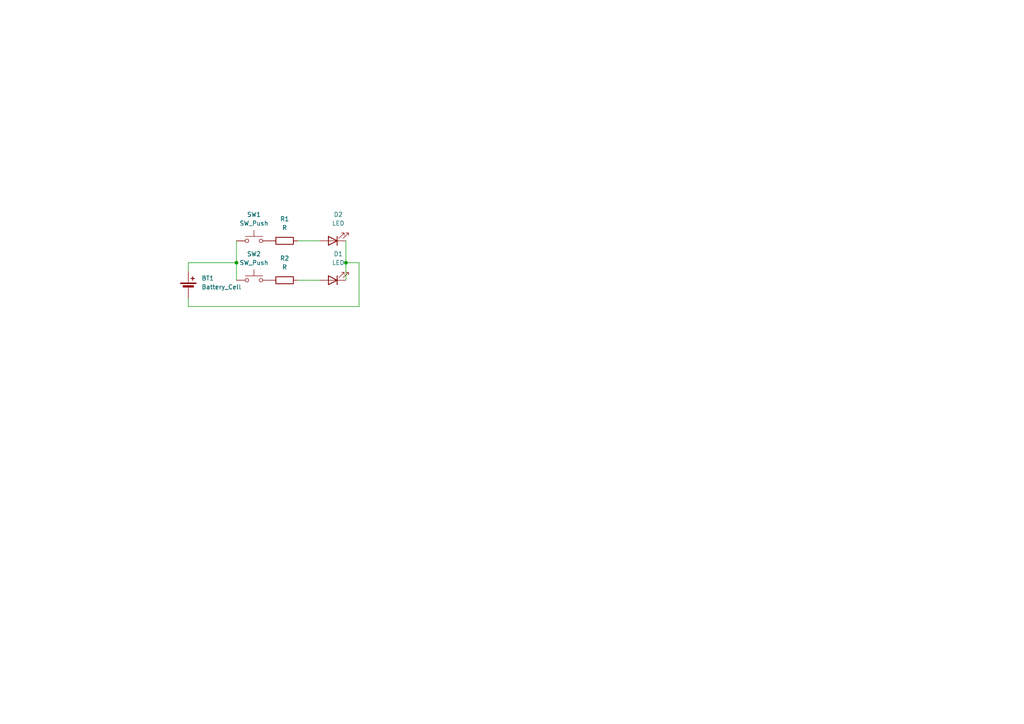
<source format=kicad_sch>
(kicad_sch
	(version 20250114)
	(generator "eeschema")
	(generator_version "9.0")
	(uuid "9e526e87-49dd-42b4-9588-bd1133177e52")
	(paper "A4")
	(lib_symbols
		(symbol "Device:Battery_Cell"
			(pin_numbers
				(hide yes)
			)
			(pin_names
				(offset 0)
				(hide yes)
			)
			(exclude_from_sim no)
			(in_bom yes)
			(on_board yes)
			(property "Reference" "BT"
				(at 2.54 2.54 0)
				(effects
					(font
						(size 1.27 1.27)
					)
					(justify left)
				)
			)
			(property "Value" "Battery_Cell"
				(at 2.54 0 0)
				(effects
					(font
						(size 1.27 1.27)
					)
					(justify left)
				)
			)
			(property "Footprint" ""
				(at 0 1.524 90)
				(effects
					(font
						(size 1.27 1.27)
					)
					(hide yes)
				)
			)
			(property "Datasheet" "~"
				(at 0 1.524 90)
				(effects
					(font
						(size 1.27 1.27)
					)
					(hide yes)
				)
			)
			(property "Description" "Single-cell battery"
				(at 0 0 0)
				(effects
					(font
						(size 1.27 1.27)
					)
					(hide yes)
				)
			)
			(property "ki_keywords" "battery cell"
				(at 0 0 0)
				(effects
					(font
						(size 1.27 1.27)
					)
					(hide yes)
				)
			)
			(symbol "Battery_Cell_0_1"
				(rectangle
					(start -2.286 1.778)
					(end 2.286 1.524)
					(stroke
						(width 0)
						(type default)
					)
					(fill
						(type outline)
					)
				)
				(rectangle
					(start -1.524 1.016)
					(end 1.524 0.508)
					(stroke
						(width 0)
						(type default)
					)
					(fill
						(type outline)
					)
				)
				(polyline
					(pts
						(xy 0 1.778) (xy 0 2.54)
					)
					(stroke
						(width 0)
						(type default)
					)
					(fill
						(type none)
					)
				)
				(polyline
					(pts
						(xy 0 0.762) (xy 0 0)
					)
					(stroke
						(width 0)
						(type default)
					)
					(fill
						(type none)
					)
				)
				(polyline
					(pts
						(xy 0.762 3.048) (xy 1.778 3.048)
					)
					(stroke
						(width 0.254)
						(type default)
					)
					(fill
						(type none)
					)
				)
				(polyline
					(pts
						(xy 1.27 3.556) (xy 1.27 2.54)
					)
					(stroke
						(width 0.254)
						(type default)
					)
					(fill
						(type none)
					)
				)
			)
			(symbol "Battery_Cell_1_1"
				(pin passive line
					(at 0 5.08 270)
					(length 2.54)
					(name "+"
						(effects
							(font
								(size 1.27 1.27)
							)
						)
					)
					(number "1"
						(effects
							(font
								(size 1.27 1.27)
							)
						)
					)
				)
				(pin passive line
					(at 0 -2.54 90)
					(length 2.54)
					(name "-"
						(effects
							(font
								(size 1.27 1.27)
							)
						)
					)
					(number "2"
						(effects
							(font
								(size 1.27 1.27)
							)
						)
					)
				)
			)
			(embedded_fonts no)
		)
		(symbol "Device:LED"
			(pin_numbers
				(hide yes)
			)
			(pin_names
				(offset 1.016)
				(hide yes)
			)
			(exclude_from_sim no)
			(in_bom yes)
			(on_board yes)
			(property "Reference" "D"
				(at 0 2.54 0)
				(effects
					(font
						(size 1.27 1.27)
					)
				)
			)
			(property "Value" "LED"
				(at 0 -2.54 0)
				(effects
					(font
						(size 1.27 1.27)
					)
				)
			)
			(property "Footprint" ""
				(at 0 0 0)
				(effects
					(font
						(size 1.27 1.27)
					)
					(hide yes)
				)
			)
			(property "Datasheet" "~"
				(at 0 0 0)
				(effects
					(font
						(size 1.27 1.27)
					)
					(hide yes)
				)
			)
			(property "Description" "Light emitting diode"
				(at 0 0 0)
				(effects
					(font
						(size 1.27 1.27)
					)
					(hide yes)
				)
			)
			(property "Sim.Pins" "1=K 2=A"
				(at 0 0 0)
				(effects
					(font
						(size 1.27 1.27)
					)
					(hide yes)
				)
			)
			(property "ki_keywords" "LED diode"
				(at 0 0 0)
				(effects
					(font
						(size 1.27 1.27)
					)
					(hide yes)
				)
			)
			(property "ki_fp_filters" "LED* LED_SMD:* LED_THT:*"
				(at 0 0 0)
				(effects
					(font
						(size 1.27 1.27)
					)
					(hide yes)
				)
			)
			(symbol "LED_0_1"
				(polyline
					(pts
						(xy -3.048 -0.762) (xy -4.572 -2.286) (xy -3.81 -2.286) (xy -4.572 -2.286) (xy -4.572 -1.524)
					)
					(stroke
						(width 0)
						(type default)
					)
					(fill
						(type none)
					)
				)
				(polyline
					(pts
						(xy -1.778 -0.762) (xy -3.302 -2.286) (xy -2.54 -2.286) (xy -3.302 -2.286) (xy -3.302 -1.524)
					)
					(stroke
						(width 0)
						(type default)
					)
					(fill
						(type none)
					)
				)
				(polyline
					(pts
						(xy -1.27 0) (xy 1.27 0)
					)
					(stroke
						(width 0)
						(type default)
					)
					(fill
						(type none)
					)
				)
				(polyline
					(pts
						(xy -1.27 -1.27) (xy -1.27 1.27)
					)
					(stroke
						(width 0.254)
						(type default)
					)
					(fill
						(type none)
					)
				)
				(polyline
					(pts
						(xy 1.27 -1.27) (xy 1.27 1.27) (xy -1.27 0) (xy 1.27 -1.27)
					)
					(stroke
						(width 0.254)
						(type default)
					)
					(fill
						(type none)
					)
				)
			)
			(symbol "LED_1_1"
				(pin passive line
					(at -3.81 0 0)
					(length 2.54)
					(name "K"
						(effects
							(font
								(size 1.27 1.27)
							)
						)
					)
					(number "1"
						(effects
							(font
								(size 1.27 1.27)
							)
						)
					)
				)
				(pin passive line
					(at 3.81 0 180)
					(length 2.54)
					(name "A"
						(effects
							(font
								(size 1.27 1.27)
							)
						)
					)
					(number "2"
						(effects
							(font
								(size 1.27 1.27)
							)
						)
					)
				)
			)
			(embedded_fonts no)
		)
		(symbol "Device:R"
			(pin_numbers
				(hide yes)
			)
			(pin_names
				(offset 0)
			)
			(exclude_from_sim no)
			(in_bom yes)
			(on_board yes)
			(property "Reference" "R"
				(at 2.032 0 90)
				(effects
					(font
						(size 1.27 1.27)
					)
				)
			)
			(property "Value" "R"
				(at 0 0 90)
				(effects
					(font
						(size 1.27 1.27)
					)
				)
			)
			(property "Footprint" ""
				(at -1.778 0 90)
				(effects
					(font
						(size 1.27 1.27)
					)
					(hide yes)
				)
			)
			(property "Datasheet" "~"
				(at 0 0 0)
				(effects
					(font
						(size 1.27 1.27)
					)
					(hide yes)
				)
			)
			(property "Description" "Resistor"
				(at 0 0 0)
				(effects
					(font
						(size 1.27 1.27)
					)
					(hide yes)
				)
			)
			(property "ki_keywords" "R res resistor"
				(at 0 0 0)
				(effects
					(font
						(size 1.27 1.27)
					)
					(hide yes)
				)
			)
			(property "ki_fp_filters" "R_*"
				(at 0 0 0)
				(effects
					(font
						(size 1.27 1.27)
					)
					(hide yes)
				)
			)
			(symbol "R_0_1"
				(rectangle
					(start -1.016 -2.54)
					(end 1.016 2.54)
					(stroke
						(width 0.254)
						(type default)
					)
					(fill
						(type none)
					)
				)
			)
			(symbol "R_1_1"
				(pin passive line
					(at 0 3.81 270)
					(length 1.27)
					(name "~"
						(effects
							(font
								(size 1.27 1.27)
							)
						)
					)
					(number "1"
						(effects
							(font
								(size 1.27 1.27)
							)
						)
					)
				)
				(pin passive line
					(at 0 -3.81 90)
					(length 1.27)
					(name "~"
						(effects
							(font
								(size 1.27 1.27)
							)
						)
					)
					(number "2"
						(effects
							(font
								(size 1.27 1.27)
							)
						)
					)
				)
			)
			(embedded_fonts no)
		)
		(symbol "Switch:SW_Push"
			(pin_numbers
				(hide yes)
			)
			(pin_names
				(offset 1.016)
				(hide yes)
			)
			(exclude_from_sim no)
			(in_bom yes)
			(on_board yes)
			(property "Reference" "SW"
				(at 1.27 2.54 0)
				(effects
					(font
						(size 1.27 1.27)
					)
					(justify left)
				)
			)
			(property "Value" "SW_Push"
				(at 0 -1.524 0)
				(effects
					(font
						(size 1.27 1.27)
					)
				)
			)
			(property "Footprint" ""
				(at 0 5.08 0)
				(effects
					(font
						(size 1.27 1.27)
					)
					(hide yes)
				)
			)
			(property "Datasheet" "~"
				(at 0 5.08 0)
				(effects
					(font
						(size 1.27 1.27)
					)
					(hide yes)
				)
			)
			(property "Description" "Push button switch, generic, two pins"
				(at 0 0 0)
				(effects
					(font
						(size 1.27 1.27)
					)
					(hide yes)
				)
			)
			(property "ki_keywords" "switch normally-open pushbutton push-button"
				(at 0 0 0)
				(effects
					(font
						(size 1.27 1.27)
					)
					(hide yes)
				)
			)
			(symbol "SW_Push_0_1"
				(circle
					(center -2.032 0)
					(radius 0.508)
					(stroke
						(width 0)
						(type default)
					)
					(fill
						(type none)
					)
				)
				(polyline
					(pts
						(xy 0 1.27) (xy 0 3.048)
					)
					(stroke
						(width 0)
						(type default)
					)
					(fill
						(type none)
					)
				)
				(circle
					(center 2.032 0)
					(radius 0.508)
					(stroke
						(width 0)
						(type default)
					)
					(fill
						(type none)
					)
				)
				(polyline
					(pts
						(xy 2.54 1.27) (xy -2.54 1.27)
					)
					(stroke
						(width 0)
						(type default)
					)
					(fill
						(type none)
					)
				)
				(pin passive line
					(at -5.08 0 0)
					(length 2.54)
					(name "1"
						(effects
							(font
								(size 1.27 1.27)
							)
						)
					)
					(number "1"
						(effects
							(font
								(size 1.27 1.27)
							)
						)
					)
				)
				(pin passive line
					(at 5.08 0 180)
					(length 2.54)
					(name "2"
						(effects
							(font
								(size 1.27 1.27)
							)
						)
					)
					(number "2"
						(effects
							(font
								(size 1.27 1.27)
							)
						)
					)
				)
			)
			(embedded_fonts no)
		)
	)
	(junction
		(at 100.33 76.2)
		(diameter 0)
		(color 0 0 0 0)
		(uuid "d17abb1b-e2d3-4d0b-8d8e-a893426a0321")
	)
	(junction
		(at 68.58 76.2)
		(diameter 0)
		(color 0 0 0 0)
		(uuid "f61c238d-1ebd-470d-bdf5-ca0a99d1c076")
	)
	(wire
		(pts
			(xy 104.14 88.9) (xy 54.61 88.9)
		)
		(stroke
			(width 0)
			(type default)
		)
		(uuid "017d6e5d-f77e-40df-8cf2-801c8bb943b1")
	)
	(wire
		(pts
			(xy 68.58 76.2) (xy 68.58 81.28)
		)
		(stroke
			(width 0)
			(type default)
		)
		(uuid "09899a23-1948-4bf5-9944-7d53642fc91d")
	)
	(wire
		(pts
			(xy 100.33 76.2) (xy 104.14 76.2)
		)
		(stroke
			(width 0)
			(type default)
		)
		(uuid "3a39640d-3d0b-4779-9af6-e853a558e95d")
	)
	(wire
		(pts
			(xy 54.61 88.9) (xy 54.61 86.36)
		)
		(stroke
			(width 0)
			(type default)
		)
		(uuid "3ed1af08-9920-4f95-9626-152cf84bfb91")
	)
	(wire
		(pts
			(xy 86.36 69.85) (xy 92.71 69.85)
		)
		(stroke
			(width 0)
			(type default)
		)
		(uuid "47033e9f-e335-4ecc-adf0-5a7e2e54474c")
	)
	(wire
		(pts
			(xy 104.14 76.2) (xy 104.14 88.9)
		)
		(stroke
			(width 0)
			(type default)
		)
		(uuid "555e26e9-b674-45c8-a94c-1535a10417a9")
	)
	(wire
		(pts
			(xy 100.33 76.2) (xy 100.33 81.28)
		)
		(stroke
			(width 0)
			(type default)
		)
		(uuid "731f4d91-bfe9-43ba-9912-2623c624f716")
	)
	(wire
		(pts
			(xy 86.36 81.28) (xy 92.71 81.28)
		)
		(stroke
			(width 0)
			(type default)
		)
		(uuid "75744cbf-13b9-4f11-a1d1-ba4edc214523")
	)
	(wire
		(pts
			(xy 68.58 69.85) (xy 68.58 76.2)
		)
		(stroke
			(width 0)
			(type default)
		)
		(uuid "83abadf8-cae6-414e-a6ea-4764ad12a502")
	)
	(wire
		(pts
			(xy 54.61 78.74) (xy 54.61 76.2)
		)
		(stroke
			(width 0)
			(type default)
		)
		(uuid "a3f30755-974b-4378-a596-c0474a6106e6")
	)
	(wire
		(pts
			(xy 54.61 76.2) (xy 68.58 76.2)
		)
		(stroke
			(width 0)
			(type default)
		)
		(uuid "b4eb0805-21ed-4335-b801-31ca7467f581")
	)
	(wire
		(pts
			(xy 100.33 69.85) (xy 100.33 76.2)
		)
		(stroke
			(width 0)
			(type default)
		)
		(uuid "ea3c0a19-0760-4781-89bb-7d5a11a4786d")
	)
	(symbol
		(lib_id "Device:Battery_Cell")
		(at 54.61 83.82 0)
		(unit 1)
		(exclude_from_sim no)
		(in_bom yes)
		(on_board yes)
		(dnp no)
		(fields_autoplaced yes)
		(uuid "1a706503-423d-4858-97c1-7851de1f98d0")
		(property "Reference" "BT1"
			(at 58.42 80.7084 0)
			(effects
				(font
					(size 1.27 1.27)
				)
				(justify left)
			)
		)
		(property "Value" "Battery_Cell"
			(at 58.42 83.2484 0)
			(effects
				(font
					(size 1.27 1.27)
				)
				(justify left)
			)
		)
		(property "Footprint" "Battery:BatteryHolder_Keystone_3034_1x20mm"
			(at 54.61 82.296 90)
			(effects
				(font
					(size 1.27 1.27)
				)
				(hide yes)
			)
		)
		(property "Datasheet" "~"
			(at 54.61 82.296 90)
			(effects
				(font
					(size 1.27 1.27)
				)
				(hide yes)
			)
		)
		(property "Description" "Single-cell battery"
			(at 54.61 83.82 0)
			(effects
				(font
					(size 1.27 1.27)
				)
				(hide yes)
			)
		)
		(pin "1"
			(uuid "097e1e91-1f49-4496-9599-95352b801ec4")
		)
		(pin "2"
			(uuid "864428b0-efdc-4148-a1b0-10eb3cd9ad34")
		)
		(instances
			(project ""
				(path "/9e526e87-49dd-42b4-9588-bd1133177e52"
					(reference "BT1")
					(unit 1)
				)
			)
		)
	)
	(symbol
		(lib_id "Device:LED")
		(at 96.52 81.28 180)
		(unit 1)
		(exclude_from_sim no)
		(in_bom yes)
		(on_board yes)
		(dnp no)
		(fields_autoplaced yes)
		(uuid "24ac9f68-b790-4ba2-b093-42cf4c808b44")
		(property "Reference" "D1"
			(at 98.1075 73.66 0)
			(effects
				(font
					(size 1.27 1.27)
				)
			)
		)
		(property "Value" "LED"
			(at 98.1075 76.2 0)
			(effects
				(font
					(size 1.27 1.27)
				)
			)
		)
		(property "Footprint" "LED_THT:LED_D5.0mm"
			(at 96.52 81.28 0)
			(effects
				(font
					(size 1.27 1.27)
				)
				(hide yes)
			)
		)
		(property "Datasheet" "~"
			(at 96.52 81.28 0)
			(effects
				(font
					(size 1.27 1.27)
				)
				(hide yes)
			)
		)
		(property "Description" "Light emitting diode"
			(at 96.52 81.28 0)
			(effects
				(font
					(size 1.27 1.27)
				)
				(hide yes)
			)
		)
		(property "Sim.Pins" "1=K 2=A"
			(at 96.52 81.28 0)
			(effects
				(font
					(size 1.27 1.27)
				)
				(hide yes)
			)
		)
		(pin "1"
			(uuid "cc2b6f2d-be71-4470-a302-cb9891ac8576")
		)
		(pin "2"
			(uuid "f058d2ad-73e4-43d2-8fd9-8f21c0b2b2e8")
		)
		(instances
			(project ""
				(path "/9e526e87-49dd-42b4-9588-bd1133177e52"
					(reference "D1")
					(unit 1)
				)
			)
		)
	)
	(symbol
		(lib_id "Switch:SW_Push")
		(at 73.66 69.85 0)
		(unit 1)
		(exclude_from_sim no)
		(in_bom yes)
		(on_board yes)
		(dnp no)
		(fields_autoplaced yes)
		(uuid "408d43ae-32dd-4bb4-b913-628aebe88f3d")
		(property "Reference" "SW1"
			(at 73.66 62.23 0)
			(effects
				(font
					(size 1.27 1.27)
				)
			)
		)
		(property "Value" "SW_Push"
			(at 73.66 64.77 0)
			(effects
				(font
					(size 1.27 1.27)
				)
			)
		)
		(property "Footprint" "Button_Switch_THT:SW_PUSH_6mm"
			(at 73.66 64.77 0)
			(effects
				(font
					(size 1.27 1.27)
				)
				(hide yes)
			)
		)
		(property "Datasheet" "~"
			(at 73.66 64.77 0)
			(effects
				(font
					(size 1.27 1.27)
				)
				(hide yes)
			)
		)
		(property "Description" "Push button switch, generic, two pins"
			(at 73.66 69.85 0)
			(effects
				(font
					(size 1.27 1.27)
				)
				(hide yes)
			)
		)
		(pin "1"
			(uuid "7b9ea00e-d430-47d1-a4c9-a959cb910f31")
		)
		(pin "2"
			(uuid "6a97d872-651f-4910-8d91-d365090bb79f")
		)
		(instances
			(project ""
				(path "/9e526e87-49dd-42b4-9588-bd1133177e52"
					(reference "SW1")
					(unit 1)
				)
			)
		)
	)
	(symbol
		(lib_id "Switch:SW_Push")
		(at 73.66 81.28 0)
		(unit 1)
		(exclude_from_sim no)
		(in_bom yes)
		(on_board yes)
		(dnp no)
		(fields_autoplaced yes)
		(uuid "4a1b94be-3090-4779-afc0-d4e10e147d65")
		(property "Reference" "SW2"
			(at 73.66 73.66 0)
			(effects
				(font
					(size 1.27 1.27)
				)
			)
		)
		(property "Value" "SW_Push"
			(at 73.66 76.2 0)
			(effects
				(font
					(size 1.27 1.27)
				)
			)
		)
		(property "Footprint" "Button_Switch_THT:SW_PUSH_6mm"
			(at 73.66 76.2 0)
			(effects
				(font
					(size 1.27 1.27)
				)
				(hide yes)
			)
		)
		(property "Datasheet" "~"
			(at 73.66 76.2 0)
			(effects
				(font
					(size 1.27 1.27)
				)
				(hide yes)
			)
		)
		(property "Description" "Push button switch, generic, two pins"
			(at 73.66 81.28 0)
			(effects
				(font
					(size 1.27 1.27)
				)
				(hide yes)
			)
		)
		(pin "1"
			(uuid "b624d9ed-a93e-4ac0-a3f5-ce462769aff1")
		)
		(pin "2"
			(uuid "77dcd8ac-8add-4bf4-94e3-07386ccb7766")
		)
		(instances
			(project ""
				(path "/9e526e87-49dd-42b4-9588-bd1133177e52"
					(reference "SW2")
					(unit 1)
				)
			)
		)
	)
	(symbol
		(lib_id "Device:LED")
		(at 96.52 69.85 180)
		(unit 1)
		(exclude_from_sim no)
		(in_bom yes)
		(on_board yes)
		(dnp no)
		(fields_autoplaced yes)
		(uuid "4c328c01-71c4-461a-9116-c2065e41d073")
		(property "Reference" "D2"
			(at 98.1075 62.23 0)
			(effects
				(font
					(size 1.27 1.27)
				)
			)
		)
		(property "Value" "LED"
			(at 98.1075 64.77 0)
			(effects
				(font
					(size 1.27 1.27)
				)
			)
		)
		(property "Footprint" "LED_THT:LED_D5.0mm"
			(at 96.52 69.85 0)
			(effects
				(font
					(size 1.27 1.27)
				)
				(hide yes)
			)
		)
		(property "Datasheet" "~"
			(at 96.52 69.85 0)
			(effects
				(font
					(size 1.27 1.27)
				)
				(hide yes)
			)
		)
		(property "Description" "Light emitting diode"
			(at 96.52 69.85 0)
			(effects
				(font
					(size 1.27 1.27)
				)
				(hide yes)
			)
		)
		(property "Sim.Pins" "1=K 2=A"
			(at 96.52 69.85 0)
			(effects
				(font
					(size 1.27 1.27)
				)
				(hide yes)
			)
		)
		(pin "1"
			(uuid "f880485c-2292-4d54-88c0-61b8df453881")
		)
		(pin "2"
			(uuid "086eece8-923f-4ac3-baad-0167accc056c")
		)
		(instances
			(project ""
				(path "/9e526e87-49dd-42b4-9588-bd1133177e52"
					(reference "D2")
					(unit 1)
				)
			)
		)
	)
	(symbol
		(lib_id "Device:R")
		(at 82.55 69.85 270)
		(unit 1)
		(exclude_from_sim no)
		(in_bom yes)
		(on_board yes)
		(dnp no)
		(fields_autoplaced yes)
		(uuid "63201f4e-d411-491f-86ba-248086c050f9")
		(property "Reference" "R1"
			(at 82.55 63.5 90)
			(effects
				(font
					(size 1.27 1.27)
				)
			)
		)
		(property "Value" "R"
			(at 82.55 66.04 90)
			(effects
				(font
					(size 1.27 1.27)
				)
			)
		)
		(property "Footprint" "Resistor_THT:R_Axial_DIN0207_L6.3mm_D2.5mm_P7.62mm_Horizontal"
			(at 82.55 68.072 90)
			(effects
				(font
					(size 1.27 1.27)
				)
				(hide yes)
			)
		)
		(property "Datasheet" "~"
			(at 82.55 69.85 0)
			(effects
				(font
					(size 1.27 1.27)
				)
				(hide yes)
			)
		)
		(property "Description" "Resistor"
			(at 82.55 69.85 0)
			(effects
				(font
					(size 1.27 1.27)
				)
				(hide yes)
			)
		)
		(pin "1"
			(uuid "6addb877-ea53-4d4b-b5d0-74ad430f7bdb")
		)
		(pin "2"
			(uuid "6d75aa46-b6ef-4d5b-a65b-b2051eb5e428")
		)
		(instances
			(project ""
				(path "/9e526e87-49dd-42b4-9588-bd1133177e52"
					(reference "R1")
					(unit 1)
				)
			)
		)
	)
	(symbol
		(lib_id "Device:R")
		(at 82.55 81.28 90)
		(unit 1)
		(exclude_from_sim no)
		(in_bom yes)
		(on_board yes)
		(dnp no)
		(fields_autoplaced yes)
		(uuid "999a00e8-5e59-44b2-b3e7-27f6403ed3e6")
		(property "Reference" "R2"
			(at 82.55 74.93 90)
			(effects
				(font
					(size 1.27 1.27)
				)
			)
		)
		(property "Value" "R"
			(at 82.55 77.47 90)
			(effects
				(font
					(size 1.27 1.27)
				)
			)
		)
		(property "Footprint" "Resistor_THT:R_Axial_DIN0207_L6.3mm_D2.5mm_P7.62mm_Horizontal"
			(at 82.55 83.058 90)
			(effects
				(font
					(size 1.27 1.27)
				)
				(hide yes)
			)
		)
		(property "Datasheet" "~"
			(at 82.55 81.28 0)
			(effects
				(font
					(size 1.27 1.27)
				)
				(hide yes)
			)
		)
		(property "Description" "Resistor"
			(at 82.55 81.28 0)
			(effects
				(font
					(size 1.27 1.27)
				)
				(hide yes)
			)
		)
		(pin "2"
			(uuid "6653d78c-47b0-4f88-ba67-0da9b9316713")
		)
		(pin "1"
			(uuid "cda616c7-954b-4128-af74-a62b1cc27517")
		)
		(instances
			(project ""
				(path "/9e526e87-49dd-42b4-9588-bd1133177e52"
					(reference "R2")
					(unit 1)
				)
			)
		)
	)
	(sheet_instances
		(path "/"
			(page "1")
		)
	)
	(embedded_fonts no)
)

</source>
